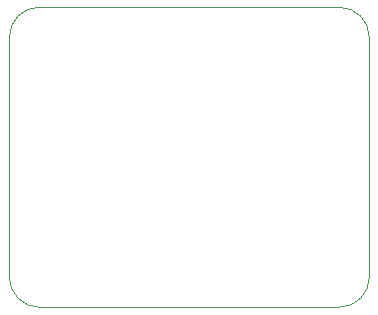
<source format=gbr>
%TF.GenerationSoftware,KiCad,Pcbnew,(5.1.10)-1*%
%TF.CreationDate,2021-06-13T21:16:24+02:00*%
%TF.ProjectId,esp_prog_uart_autoreset,6573705f-7072-46f6-975f-756172745f61,rev?*%
%TF.SameCoordinates,Original*%
%TF.FileFunction,Profile,NP*%
%FSLAX46Y46*%
G04 Gerber Fmt 4.6, Leading zero omitted, Abs format (unit mm)*
G04 Created by KiCad (PCBNEW (5.1.10)-1) date 2021-06-13 21:16:24*
%MOMM*%
%LPD*%
G01*
G04 APERTURE LIST*
%TA.AperFunction,Profile*%
%ADD10C,0.050000*%
%TD*%
G04 APERTURE END LIST*
D10*
X130810000Y-88900000D02*
X130810000Y-109220000D01*
X161290000Y-109220000D02*
X161290000Y-88900000D01*
X133350000Y-111760000D02*
X158750000Y-111760000D01*
X158750000Y-86360000D02*
X133350000Y-86360000D01*
X133350000Y-111760000D02*
G75*
G02*
X130810000Y-109220000I0J2540000D01*
G01*
X161290000Y-109220000D02*
G75*
G02*
X158750000Y-111760000I-2540000J0D01*
G01*
X158750000Y-86360000D02*
G75*
G02*
X161290000Y-88900000I0J-2540000D01*
G01*
X130810000Y-88900000D02*
G75*
G02*
X133350000Y-86360000I2540000J0D01*
G01*
M02*

</source>
